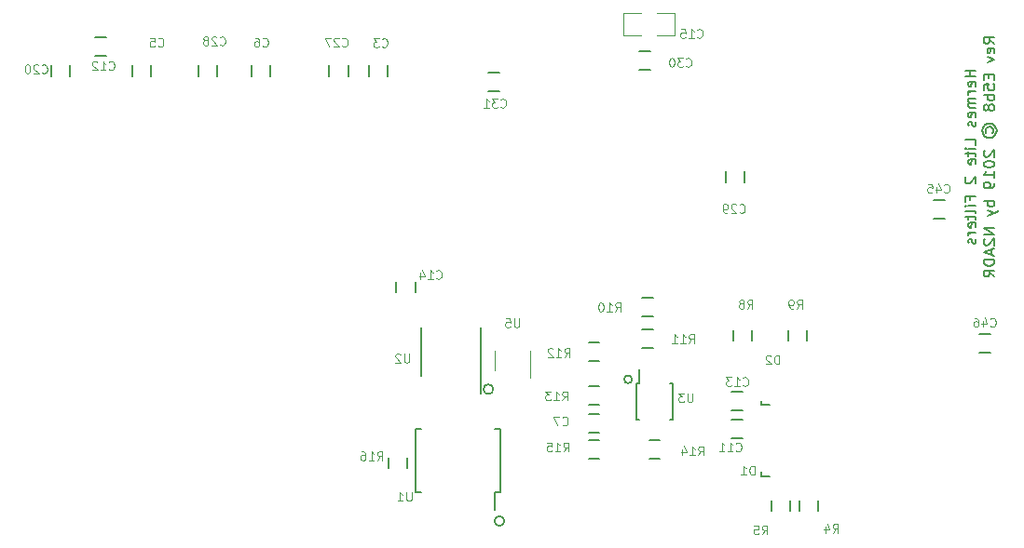
<source format=gbo>
G04 #@! TF.GenerationSoftware,KiCad,Pcbnew,5.0.2-bee76a0~70~ubuntu16.04.1*
G04 #@! TF.CreationDate,2019-02-20T20:44:02-08:00*
G04 #@! TF.ProjectId,n2adr,6e326164-722e-46b6-9963-61645f706362,E5b8*
G04 #@! TF.SameCoordinates,PX3dfd240PY3473bc0*
G04 #@! TF.FileFunction,Legend,Bot*
G04 #@! TF.FilePolarity,Positive*
%FSLAX46Y46*%
G04 Gerber Fmt 4.6, Leading zero omitted, Abs format (unit mm)*
G04 Created by KiCad (PCBNEW 5.0.2-bee76a0~70~ubuntu16.04.1) date Wed 20 Feb 2019 08:44:02 PM PST*
%MOMM*%
%LPD*%
G01*
G04 APERTURE LIST*
%ADD10C,0.200000*%
%ADD11C,0.150000*%
%ADD12C,0.120000*%
%ADD13C,0.100000*%
G04 APERTURE END LIST*
D10*
X92702380Y-6392857D02*
X91702380Y-6392857D01*
X92178571Y-6392857D02*
X92178571Y-6964285D01*
X92702380Y-6964285D02*
X91702380Y-6964285D01*
X92654761Y-7821428D02*
X92702380Y-7726190D01*
X92702380Y-7535714D01*
X92654761Y-7440476D01*
X92559523Y-7392857D01*
X92178571Y-7392857D01*
X92083333Y-7440476D01*
X92035714Y-7535714D01*
X92035714Y-7726190D01*
X92083333Y-7821428D01*
X92178571Y-7869047D01*
X92273809Y-7869047D01*
X92369047Y-7392857D01*
X92702380Y-8297619D02*
X92035714Y-8297619D01*
X92226190Y-8297619D02*
X92130952Y-8345238D01*
X92083333Y-8392857D01*
X92035714Y-8488095D01*
X92035714Y-8583333D01*
X92702380Y-8916666D02*
X92035714Y-8916666D01*
X92130952Y-8916666D02*
X92083333Y-8964285D01*
X92035714Y-9059523D01*
X92035714Y-9202380D01*
X92083333Y-9297619D01*
X92178571Y-9345238D01*
X92702380Y-9345238D01*
X92178571Y-9345238D02*
X92083333Y-9392857D01*
X92035714Y-9488095D01*
X92035714Y-9630952D01*
X92083333Y-9726190D01*
X92178571Y-9773809D01*
X92702380Y-9773809D01*
X92654761Y-10630952D02*
X92702380Y-10535714D01*
X92702380Y-10345238D01*
X92654761Y-10250000D01*
X92559523Y-10202380D01*
X92178571Y-10202380D01*
X92083333Y-10250000D01*
X92035714Y-10345238D01*
X92035714Y-10535714D01*
X92083333Y-10630952D01*
X92178571Y-10678571D01*
X92273809Y-10678571D01*
X92369047Y-10202380D01*
X92654761Y-11059523D02*
X92702380Y-11154761D01*
X92702380Y-11345238D01*
X92654761Y-11440476D01*
X92559523Y-11488095D01*
X92511904Y-11488095D01*
X92416666Y-11440476D01*
X92369047Y-11345238D01*
X92369047Y-11202380D01*
X92321428Y-11107142D01*
X92226190Y-11059523D01*
X92178571Y-11059523D01*
X92083333Y-11107142D01*
X92035714Y-11202380D01*
X92035714Y-11345238D01*
X92083333Y-11440476D01*
X92702380Y-13154761D02*
X92702380Y-12678571D01*
X91702380Y-12678571D01*
X92702380Y-13488095D02*
X92035714Y-13488095D01*
X91702380Y-13488095D02*
X91750000Y-13440476D01*
X91797619Y-13488095D01*
X91750000Y-13535714D01*
X91702380Y-13488095D01*
X91797619Y-13488095D01*
X92035714Y-13821428D02*
X92035714Y-14202380D01*
X91702380Y-13964285D02*
X92559523Y-13964285D01*
X92654761Y-14011904D01*
X92702380Y-14107142D01*
X92702380Y-14202380D01*
X92654761Y-14916666D02*
X92702380Y-14821428D01*
X92702380Y-14630952D01*
X92654761Y-14535714D01*
X92559523Y-14488095D01*
X92178571Y-14488095D01*
X92083333Y-14535714D01*
X92035714Y-14630952D01*
X92035714Y-14821428D01*
X92083333Y-14916666D01*
X92178571Y-14964285D01*
X92273809Y-14964285D01*
X92369047Y-14488095D01*
X91797619Y-16107142D02*
X91750000Y-16154761D01*
X91702380Y-16250000D01*
X91702380Y-16488095D01*
X91750000Y-16583333D01*
X91797619Y-16630952D01*
X91892857Y-16678571D01*
X91988095Y-16678571D01*
X92130952Y-16630952D01*
X92702380Y-16059523D01*
X92702380Y-16678571D01*
X92178571Y-18202380D02*
X92178571Y-17869047D01*
X92702380Y-17869047D02*
X91702380Y-17869047D01*
X91702380Y-18345238D01*
X92702380Y-18726190D02*
X92035714Y-18726190D01*
X91702380Y-18726190D02*
X91750000Y-18678571D01*
X91797619Y-18726190D01*
X91750000Y-18773809D01*
X91702380Y-18726190D01*
X91797619Y-18726190D01*
X92702380Y-19345238D02*
X92654761Y-19250000D01*
X92559523Y-19202380D01*
X91702380Y-19202380D01*
X92035714Y-19583333D02*
X92035714Y-19964285D01*
X91702380Y-19726190D02*
X92559523Y-19726190D01*
X92654761Y-19773809D01*
X92702380Y-19869047D01*
X92702380Y-19964285D01*
X92654761Y-20678571D02*
X92702380Y-20583333D01*
X92702380Y-20392857D01*
X92654761Y-20297619D01*
X92559523Y-20250000D01*
X92178571Y-20250000D01*
X92083333Y-20297619D01*
X92035714Y-20392857D01*
X92035714Y-20583333D01*
X92083333Y-20678571D01*
X92178571Y-20726190D01*
X92273809Y-20726190D01*
X92369047Y-20250000D01*
X92702380Y-21154761D02*
X92035714Y-21154761D01*
X92226190Y-21154761D02*
X92130952Y-21202380D01*
X92083333Y-21250000D01*
X92035714Y-21345238D01*
X92035714Y-21440476D01*
X92654761Y-21726190D02*
X92702380Y-21821428D01*
X92702380Y-22011904D01*
X92654761Y-22107142D01*
X92559523Y-22154761D01*
X92511904Y-22154761D01*
X92416666Y-22107142D01*
X92369047Y-22011904D01*
X92369047Y-21869047D01*
X92321428Y-21773809D01*
X92226190Y-21726190D01*
X92178571Y-21726190D01*
X92083333Y-21773809D01*
X92035714Y-21869047D01*
X92035714Y-22011904D01*
X92083333Y-22107142D01*
X94402380Y-3964285D02*
X93926190Y-3630952D01*
X94402380Y-3392857D02*
X93402380Y-3392857D01*
X93402380Y-3773809D01*
X93450000Y-3869047D01*
X93497619Y-3916666D01*
X93592857Y-3964285D01*
X93735714Y-3964285D01*
X93830952Y-3916666D01*
X93878571Y-3869047D01*
X93926190Y-3773809D01*
X93926190Y-3392857D01*
X94354761Y-4773809D02*
X94402380Y-4678571D01*
X94402380Y-4488095D01*
X94354761Y-4392857D01*
X94259523Y-4345238D01*
X93878571Y-4345238D01*
X93783333Y-4392857D01*
X93735714Y-4488095D01*
X93735714Y-4678571D01*
X93783333Y-4773809D01*
X93878571Y-4821428D01*
X93973809Y-4821428D01*
X94069047Y-4345238D01*
X93735714Y-5154761D02*
X94402380Y-5392857D01*
X93735714Y-5630952D01*
X93878571Y-6773809D02*
X93878571Y-7107142D01*
X94402380Y-7250000D02*
X94402380Y-6773809D01*
X93402380Y-6773809D01*
X93402380Y-7250000D01*
X93402380Y-8154761D02*
X93402380Y-7678571D01*
X93878571Y-7630952D01*
X93830952Y-7678571D01*
X93783333Y-7773809D01*
X93783333Y-8011904D01*
X93830952Y-8107142D01*
X93878571Y-8154761D01*
X93973809Y-8202380D01*
X94211904Y-8202380D01*
X94307142Y-8154761D01*
X94354761Y-8107142D01*
X94402380Y-8011904D01*
X94402380Y-7773809D01*
X94354761Y-7678571D01*
X94307142Y-7630952D01*
X94402380Y-8630952D02*
X93402380Y-8630952D01*
X93783333Y-8630952D02*
X93735714Y-8726190D01*
X93735714Y-8916666D01*
X93783333Y-9011904D01*
X93830952Y-9059523D01*
X93926190Y-9107142D01*
X94211904Y-9107142D01*
X94307142Y-9059523D01*
X94354761Y-9011904D01*
X94402380Y-8916666D01*
X94402380Y-8726190D01*
X94354761Y-8630952D01*
X93830952Y-9678571D02*
X93783333Y-9583333D01*
X93735714Y-9535714D01*
X93640476Y-9488095D01*
X93592857Y-9488095D01*
X93497619Y-9535714D01*
X93450000Y-9583333D01*
X93402380Y-9678571D01*
X93402380Y-9869047D01*
X93450000Y-9964285D01*
X93497619Y-10011904D01*
X93592857Y-10059523D01*
X93640476Y-10059523D01*
X93735714Y-10011904D01*
X93783333Y-9964285D01*
X93830952Y-9869047D01*
X93830952Y-9678571D01*
X93878571Y-9583333D01*
X93926190Y-9535714D01*
X94021428Y-9488095D01*
X94211904Y-9488095D01*
X94307142Y-9535714D01*
X94354761Y-9583333D01*
X94402380Y-9678571D01*
X94402380Y-9869047D01*
X94354761Y-9964285D01*
X94307142Y-10011904D01*
X94211904Y-10059523D01*
X94021428Y-10059523D01*
X93926190Y-10011904D01*
X93878571Y-9964285D01*
X93830952Y-9869047D01*
X93640476Y-12059523D02*
X93592857Y-11964285D01*
X93592857Y-11773809D01*
X93640476Y-11678571D01*
X93735714Y-11583333D01*
X93830952Y-11535714D01*
X94021428Y-11535714D01*
X94116666Y-11583333D01*
X94211904Y-11678571D01*
X94259523Y-11773809D01*
X94259523Y-11964285D01*
X94211904Y-12059523D01*
X93259523Y-11869047D02*
X93307142Y-11630952D01*
X93450000Y-11392857D01*
X93688095Y-11250000D01*
X93926190Y-11202380D01*
X94164285Y-11250000D01*
X94402380Y-11392857D01*
X94545238Y-11630952D01*
X94592857Y-11869047D01*
X94545238Y-12107142D01*
X94402380Y-12345238D01*
X94164285Y-12488095D01*
X93926190Y-12535714D01*
X93688095Y-12488095D01*
X93450000Y-12345238D01*
X93307142Y-12107142D01*
X93259523Y-11869047D01*
X93497619Y-13678571D02*
X93450000Y-13726190D01*
X93402380Y-13821428D01*
X93402380Y-14059523D01*
X93450000Y-14154761D01*
X93497619Y-14202380D01*
X93592857Y-14250000D01*
X93688095Y-14250000D01*
X93830952Y-14202380D01*
X94402380Y-13630952D01*
X94402380Y-14250000D01*
X93402380Y-14869047D02*
X93402380Y-14964285D01*
X93450000Y-15059523D01*
X93497619Y-15107142D01*
X93592857Y-15154761D01*
X93783333Y-15202380D01*
X94021428Y-15202380D01*
X94211904Y-15154761D01*
X94307142Y-15107142D01*
X94354761Y-15059523D01*
X94402380Y-14964285D01*
X94402380Y-14869047D01*
X94354761Y-14773809D01*
X94307142Y-14726190D01*
X94211904Y-14678571D01*
X94021428Y-14630952D01*
X93783333Y-14630952D01*
X93592857Y-14678571D01*
X93497619Y-14726190D01*
X93450000Y-14773809D01*
X93402380Y-14869047D01*
X94402380Y-16154761D02*
X94402380Y-15583333D01*
X94402380Y-15869047D02*
X93402380Y-15869047D01*
X93545238Y-15773809D01*
X93640476Y-15678571D01*
X93688095Y-15583333D01*
X94402380Y-16630952D02*
X94402380Y-16821428D01*
X94354761Y-16916666D01*
X94307142Y-16964285D01*
X94164285Y-17059523D01*
X93973809Y-17107142D01*
X93592857Y-17107142D01*
X93497619Y-17059523D01*
X93450000Y-17011904D01*
X93402380Y-16916666D01*
X93402380Y-16726190D01*
X93450000Y-16630952D01*
X93497619Y-16583333D01*
X93592857Y-16535714D01*
X93830952Y-16535714D01*
X93926190Y-16583333D01*
X93973809Y-16630952D01*
X94021428Y-16726190D01*
X94021428Y-16916666D01*
X93973809Y-17011904D01*
X93926190Y-17059523D01*
X93830952Y-17107142D01*
X94402380Y-18297619D02*
X93402380Y-18297619D01*
X93783333Y-18297619D02*
X93735714Y-18392857D01*
X93735714Y-18583333D01*
X93783333Y-18678571D01*
X93830952Y-18726190D01*
X93926190Y-18773809D01*
X94211904Y-18773809D01*
X94307142Y-18726190D01*
X94354761Y-18678571D01*
X94402380Y-18583333D01*
X94402380Y-18392857D01*
X94354761Y-18297619D01*
X93735714Y-19107142D02*
X94402380Y-19345238D01*
X93735714Y-19583333D02*
X94402380Y-19345238D01*
X94640476Y-19249999D01*
X94688095Y-19202380D01*
X94735714Y-19107142D01*
X94402380Y-20726190D02*
X93402380Y-20726190D01*
X94402380Y-21297619D01*
X93402380Y-21297619D01*
X93497619Y-21726190D02*
X93450000Y-21773809D01*
X93402380Y-21869047D01*
X93402380Y-22107142D01*
X93450000Y-22202380D01*
X93497619Y-22249999D01*
X93592857Y-22297619D01*
X93688095Y-22297619D01*
X93830952Y-22249999D01*
X94402380Y-21678571D01*
X94402380Y-22297619D01*
X94116666Y-22678571D02*
X94116666Y-23154761D01*
X94402380Y-22583333D02*
X93402380Y-22916666D01*
X94402380Y-23249999D01*
X94402380Y-23583333D02*
X93402380Y-23583333D01*
X93402380Y-23821428D01*
X93450000Y-23964285D01*
X93545238Y-24059523D01*
X93640476Y-24107142D01*
X93830952Y-24154761D01*
X93973809Y-24154761D01*
X94164285Y-24107142D01*
X94259523Y-24059523D01*
X94354761Y-23964285D01*
X94402380Y-23821428D01*
X94402380Y-23583333D01*
X94402380Y-25154761D02*
X93926190Y-24821428D01*
X94402380Y-24583333D02*
X93402380Y-24583333D01*
X93402380Y-24964285D01*
X93450000Y-25059523D01*
X93497619Y-25107142D01*
X93592857Y-25154761D01*
X93735714Y-25154761D01*
X93830952Y-25107142D01*
X93878571Y-25059523D01*
X93926190Y-24964285D01*
X93926190Y-24583333D01*
X48847214Y-35400000D02*
G75*
G03X48847214Y-35400000I-447214J0D01*
G01*
X49847214Y-47400000D02*
G75*
G03X49847214Y-47400000I-447214J0D01*
G01*
X61460555Y-34500000D02*
G75*
G03X61460555Y-34500000I-360555J0D01*
G01*
D11*
G04 #@! TO.C,C3*
X37550000Y-6900000D02*
X37550000Y-5900000D01*
X39250000Y-5900000D02*
X39250000Y-6900000D01*
G04 #@! TO.C,C5*
X16050000Y-6900000D02*
X16050000Y-5900000D01*
X17750000Y-5900000D02*
X17750000Y-6900000D01*
G04 #@! TO.C,C6*
X26850000Y-6900000D02*
X26850000Y-5900000D01*
X28550000Y-5900000D02*
X28550000Y-6900000D01*
G04 #@! TO.C,C11*
X70500000Y-38150000D02*
X71500000Y-38150000D01*
X71500000Y-39850000D02*
X70500000Y-39850000D01*
G04 #@! TO.C,C13*
X70500000Y-35650000D02*
X71500000Y-35650000D01*
X71500000Y-37350000D02*
X70500000Y-37350000D01*
G04 #@! TO.C,C14*
X40050000Y-26600000D02*
X40050000Y-25600000D01*
X41750000Y-25600000D02*
X41750000Y-26600000D01*
G04 #@! TO.C,R5*
X75850000Y-45500000D02*
X75850000Y-46500000D01*
X74150000Y-46500000D02*
X74150000Y-45500000D01*
G04 #@! TO.C,R8*
X70650000Y-31000000D02*
X70650000Y-30000000D01*
X72350000Y-30000000D02*
X72350000Y-31000000D01*
G04 #@! TO.C,C27*
X33950000Y-6900000D02*
X33950000Y-5900000D01*
X35650000Y-5900000D02*
X35650000Y-6900000D01*
G04 #@! TO.C,C28*
X22050000Y-6900000D02*
X22050000Y-5900000D01*
X23750000Y-5900000D02*
X23750000Y-6900000D01*
G04 #@! TO.C,C29*
X71650000Y-15600000D02*
X71650000Y-16600000D01*
X69950000Y-16600000D02*
X69950000Y-15600000D01*
G04 #@! TO.C,C30*
X62100000Y-4650000D02*
X63100000Y-4650000D01*
X63100000Y-6350000D02*
X62100000Y-6350000D01*
G04 #@! TO.C,C31*
X48400000Y-6550000D02*
X49400000Y-6550000D01*
X49400000Y-8250000D02*
X48400000Y-8250000D01*
G04 #@! TO.C,U1*
X49475000Y-44775000D02*
X49025000Y-44775000D01*
X49475000Y-39025000D02*
X49025000Y-39025000D01*
X41825000Y-39025000D02*
X42275000Y-39025000D01*
X41825000Y-44775000D02*
X42275000Y-44775000D01*
X49475000Y-44775000D02*
X49475000Y-39025000D01*
X41825000Y-44775000D02*
X41825000Y-39025000D01*
X49025000Y-44775000D02*
X49025000Y-46375000D01*
G04 #@! TO.C,U2*
X42275000Y-34200000D02*
X42275000Y-29800000D01*
X47725000Y-35775000D02*
X47725000Y-29800000D01*
G04 #@! TO.C,C20*
X8650000Y-6900000D02*
X8650000Y-5900000D01*
X10350000Y-5900000D02*
X10350000Y-6900000D01*
G04 #@! TO.C,D1*
X73930280Y-43341500D02*
X73221620Y-43341500D01*
X73221620Y-43341500D02*
X73221620Y-42940180D01*
G04 #@! TO.C,D2*
X73930280Y-36841500D02*
X73221620Y-36841500D01*
X73221620Y-36841500D02*
X73221620Y-36440180D01*
G04 #@! TO.C,R4*
X78350000Y-45500000D02*
X78350000Y-46500000D01*
X76650000Y-46500000D02*
X76650000Y-45500000D01*
G04 #@! TO.C,R9*
X77350000Y-30000000D02*
X77350000Y-31000000D01*
X75650000Y-31000000D02*
X75650000Y-30000000D01*
G04 #@! TO.C,R10*
X63400000Y-28750000D02*
X62400000Y-28750000D01*
X62400000Y-27050000D02*
X63400000Y-27050000D01*
G04 #@! TO.C,R11*
X62400000Y-29950000D02*
X63400000Y-29950000D01*
X63400000Y-31650000D02*
X62400000Y-31650000D01*
G04 #@! TO.C,R12*
X57500000Y-31150000D02*
X58500000Y-31150000D01*
X58500000Y-32850000D02*
X57500000Y-32850000D01*
G04 #@! TO.C,R13*
X58500000Y-36850000D02*
X57500000Y-36850000D01*
X57500000Y-35150000D02*
X58500000Y-35150000D01*
G04 #@! TO.C,R14*
X63000000Y-40050000D02*
X64000000Y-40050000D01*
X64000000Y-41750000D02*
X63000000Y-41750000D01*
G04 #@! TO.C,R15*
X57500000Y-40050000D02*
X58500000Y-40050000D01*
X58500000Y-41750000D02*
X57500000Y-41750000D01*
G04 #@! TO.C,U3*
X61825000Y-34825000D02*
X62075000Y-34825000D01*
X61825000Y-38175000D02*
X62075000Y-38175000D01*
X65175000Y-38175000D02*
X64925000Y-38175000D01*
X65175000Y-34825000D02*
X64925000Y-34825000D01*
X61825000Y-34825000D02*
X61825000Y-38175000D01*
X65175000Y-34825000D02*
X65175000Y-38175000D01*
X62075000Y-34825000D02*
X62075000Y-33575000D01*
G04 #@! TO.C,C45*
X88900000Y-18150000D02*
X89900000Y-18150000D01*
X89900000Y-19850000D02*
X88900000Y-19850000D01*
G04 #@! TO.C,C46*
X93000000Y-30350000D02*
X94000000Y-30350000D01*
X94000000Y-32050000D02*
X93000000Y-32050000D01*
G04 #@! TO.C,C7*
X58500000Y-39350000D02*
X57500000Y-39350000D01*
X57500000Y-37650000D02*
X58500000Y-37650000D01*
D12*
G04 #@! TO.C,U5*
X48990000Y-33700000D02*
X48990000Y-31900000D01*
X52210000Y-31900000D02*
X52210000Y-34350000D01*
D11*
G04 #@! TO.C,C12*
X13700000Y-5050000D02*
X12700000Y-5050000D01*
X12700000Y-3350000D02*
X13700000Y-3350000D01*
D13*
G04 #@! TO.C,C15*
X62300000Y-3200000D02*
X60700000Y-3200000D01*
X60700000Y-3200000D02*
X60700000Y-1200000D01*
X60700000Y-1200000D02*
X62300000Y-1200000D01*
X63700000Y-1200000D02*
X65300000Y-1200000D01*
X65300000Y-1200000D02*
X65300000Y-3200000D01*
X65300000Y-3200000D02*
X63700000Y-3200000D01*
D11*
G04 #@! TO.C,R16*
X41050000Y-41600000D02*
X41050000Y-42600000D01*
X39350000Y-42600000D02*
X39350000Y-41600000D01*
G04 #@! TO.C,C3*
D13*
X38733333Y-4185714D02*
X38771428Y-4223809D01*
X38885714Y-4261904D01*
X38961904Y-4261904D01*
X39076190Y-4223809D01*
X39152380Y-4147619D01*
X39190476Y-4071428D01*
X39228571Y-3919047D01*
X39228571Y-3804761D01*
X39190476Y-3652380D01*
X39152380Y-3576190D01*
X39076190Y-3500000D01*
X38961904Y-3461904D01*
X38885714Y-3461904D01*
X38771428Y-3500000D01*
X38733333Y-3538095D01*
X38466666Y-3461904D02*
X37971428Y-3461904D01*
X38238095Y-3766666D01*
X38123809Y-3766666D01*
X38047619Y-3804761D01*
X38009523Y-3842857D01*
X37971428Y-3919047D01*
X37971428Y-4109523D01*
X38009523Y-4185714D01*
X38047619Y-4223809D01*
X38123809Y-4261904D01*
X38352380Y-4261904D01*
X38428571Y-4223809D01*
X38466666Y-4185714D01*
G04 #@! TO.C,C5*
X18383333Y-4135714D02*
X18421428Y-4173809D01*
X18535714Y-4211904D01*
X18611904Y-4211904D01*
X18726190Y-4173809D01*
X18802380Y-4097619D01*
X18840476Y-4021428D01*
X18878571Y-3869047D01*
X18878571Y-3754761D01*
X18840476Y-3602380D01*
X18802380Y-3526190D01*
X18726190Y-3450000D01*
X18611904Y-3411904D01*
X18535714Y-3411904D01*
X18421428Y-3450000D01*
X18383333Y-3488095D01*
X17659523Y-3411904D02*
X18040476Y-3411904D01*
X18078571Y-3792857D01*
X18040476Y-3754761D01*
X17964285Y-3716666D01*
X17773809Y-3716666D01*
X17697619Y-3754761D01*
X17659523Y-3792857D01*
X17621428Y-3869047D01*
X17621428Y-4059523D01*
X17659523Y-4135714D01*
X17697619Y-4173809D01*
X17773809Y-4211904D01*
X17964285Y-4211904D01*
X18040476Y-4173809D01*
X18078571Y-4135714D01*
G04 #@! TO.C,C6*
X27883333Y-4135714D02*
X27921428Y-4173809D01*
X28035714Y-4211904D01*
X28111904Y-4211904D01*
X28226190Y-4173809D01*
X28302380Y-4097619D01*
X28340476Y-4021428D01*
X28378571Y-3869047D01*
X28378571Y-3754761D01*
X28340476Y-3602380D01*
X28302380Y-3526190D01*
X28226190Y-3450000D01*
X28111904Y-3411904D01*
X28035714Y-3411904D01*
X27921428Y-3450000D01*
X27883333Y-3488095D01*
X27197619Y-3411904D02*
X27350000Y-3411904D01*
X27426190Y-3450000D01*
X27464285Y-3488095D01*
X27540476Y-3602380D01*
X27578571Y-3754761D01*
X27578571Y-4059523D01*
X27540476Y-4135714D01*
X27502380Y-4173809D01*
X27426190Y-4211904D01*
X27273809Y-4211904D01*
X27197619Y-4173809D01*
X27159523Y-4135714D01*
X27121428Y-4059523D01*
X27121428Y-3869047D01*
X27159523Y-3792857D01*
X27197619Y-3754761D01*
X27273809Y-3716666D01*
X27426190Y-3716666D01*
X27502380Y-3754761D01*
X27540476Y-3792857D01*
X27578571Y-3869047D01*
G04 #@! TO.C,C11*
X70914285Y-40985714D02*
X70952380Y-41023809D01*
X71066666Y-41061904D01*
X71142857Y-41061904D01*
X71257142Y-41023809D01*
X71333333Y-40947619D01*
X71371428Y-40871428D01*
X71409523Y-40719047D01*
X71409523Y-40604761D01*
X71371428Y-40452380D01*
X71333333Y-40376190D01*
X71257142Y-40300000D01*
X71142857Y-40261904D01*
X71066666Y-40261904D01*
X70952380Y-40300000D01*
X70914285Y-40338095D01*
X70152380Y-41061904D02*
X70609523Y-41061904D01*
X70380952Y-41061904D02*
X70380952Y-40261904D01*
X70457142Y-40376190D01*
X70533333Y-40452380D01*
X70609523Y-40490476D01*
X69390476Y-41061904D02*
X69847619Y-41061904D01*
X69619047Y-41061904D02*
X69619047Y-40261904D01*
X69695238Y-40376190D01*
X69771428Y-40452380D01*
X69847619Y-40490476D01*
G04 #@! TO.C,C13*
X71514285Y-35035714D02*
X71552380Y-35073809D01*
X71666666Y-35111904D01*
X71742857Y-35111904D01*
X71857142Y-35073809D01*
X71933333Y-34997619D01*
X71971428Y-34921428D01*
X72009523Y-34769047D01*
X72009523Y-34654761D01*
X71971428Y-34502380D01*
X71933333Y-34426190D01*
X71857142Y-34350000D01*
X71742857Y-34311904D01*
X71666666Y-34311904D01*
X71552380Y-34350000D01*
X71514285Y-34388095D01*
X70752380Y-35111904D02*
X71209523Y-35111904D01*
X70980952Y-35111904D02*
X70980952Y-34311904D01*
X71057142Y-34426190D01*
X71133333Y-34502380D01*
X71209523Y-34540476D01*
X70485714Y-34311904D02*
X69990476Y-34311904D01*
X70257142Y-34616666D01*
X70142857Y-34616666D01*
X70066666Y-34654761D01*
X70028571Y-34692857D01*
X69990476Y-34769047D01*
X69990476Y-34959523D01*
X70028571Y-35035714D01*
X70066666Y-35073809D01*
X70142857Y-35111904D01*
X70371428Y-35111904D01*
X70447619Y-35073809D01*
X70485714Y-35035714D01*
G04 #@! TO.C,C14*
X43664285Y-25285714D02*
X43702380Y-25323809D01*
X43816666Y-25361904D01*
X43892857Y-25361904D01*
X44007142Y-25323809D01*
X44083333Y-25247619D01*
X44121428Y-25171428D01*
X44159523Y-25019047D01*
X44159523Y-24904761D01*
X44121428Y-24752380D01*
X44083333Y-24676190D01*
X44007142Y-24600000D01*
X43892857Y-24561904D01*
X43816666Y-24561904D01*
X43702380Y-24600000D01*
X43664285Y-24638095D01*
X42902380Y-25361904D02*
X43359523Y-25361904D01*
X43130952Y-25361904D02*
X43130952Y-24561904D01*
X43207142Y-24676190D01*
X43283333Y-24752380D01*
X43359523Y-24790476D01*
X42216666Y-24828571D02*
X42216666Y-25361904D01*
X42407142Y-24523809D02*
X42597619Y-25095238D01*
X42102380Y-25095238D01*
G04 #@! TO.C,R5*
X73283333Y-48611904D02*
X73550000Y-48230952D01*
X73740476Y-48611904D02*
X73740476Y-47811904D01*
X73435714Y-47811904D01*
X73359523Y-47850000D01*
X73321428Y-47888095D01*
X73283333Y-47964285D01*
X73283333Y-48078571D01*
X73321428Y-48154761D01*
X73359523Y-48192857D01*
X73435714Y-48230952D01*
X73740476Y-48230952D01*
X72559523Y-47811904D02*
X72940476Y-47811904D01*
X72978571Y-48192857D01*
X72940476Y-48154761D01*
X72864285Y-48116666D01*
X72673809Y-48116666D01*
X72597619Y-48154761D01*
X72559523Y-48192857D01*
X72521428Y-48269047D01*
X72521428Y-48459523D01*
X72559523Y-48535714D01*
X72597619Y-48573809D01*
X72673809Y-48611904D01*
X72864285Y-48611904D01*
X72940476Y-48573809D01*
X72978571Y-48535714D01*
G04 #@! TO.C,R8*
X71933333Y-28061904D02*
X72200000Y-27680952D01*
X72390476Y-28061904D02*
X72390476Y-27261904D01*
X72085714Y-27261904D01*
X72009523Y-27300000D01*
X71971428Y-27338095D01*
X71933333Y-27414285D01*
X71933333Y-27528571D01*
X71971428Y-27604761D01*
X72009523Y-27642857D01*
X72085714Y-27680952D01*
X72390476Y-27680952D01*
X71476190Y-27604761D02*
X71552380Y-27566666D01*
X71590476Y-27528571D01*
X71628571Y-27452380D01*
X71628571Y-27414285D01*
X71590476Y-27338095D01*
X71552380Y-27300000D01*
X71476190Y-27261904D01*
X71323809Y-27261904D01*
X71247619Y-27300000D01*
X71209523Y-27338095D01*
X71171428Y-27414285D01*
X71171428Y-27452380D01*
X71209523Y-27528571D01*
X71247619Y-27566666D01*
X71323809Y-27604761D01*
X71476190Y-27604761D01*
X71552380Y-27642857D01*
X71590476Y-27680952D01*
X71628571Y-27757142D01*
X71628571Y-27909523D01*
X71590476Y-27985714D01*
X71552380Y-28023809D01*
X71476190Y-28061904D01*
X71323809Y-28061904D01*
X71247619Y-28023809D01*
X71209523Y-27985714D01*
X71171428Y-27909523D01*
X71171428Y-27757142D01*
X71209523Y-27680952D01*
X71247619Y-27642857D01*
X71323809Y-27604761D01*
G04 #@! TO.C,C27*
X35114285Y-4135714D02*
X35152380Y-4173809D01*
X35266666Y-4211904D01*
X35342857Y-4211904D01*
X35457142Y-4173809D01*
X35533333Y-4097619D01*
X35571428Y-4021428D01*
X35609523Y-3869047D01*
X35609523Y-3754761D01*
X35571428Y-3602380D01*
X35533333Y-3526190D01*
X35457142Y-3450000D01*
X35342857Y-3411904D01*
X35266666Y-3411904D01*
X35152380Y-3450000D01*
X35114285Y-3488095D01*
X34809523Y-3488095D02*
X34771428Y-3450000D01*
X34695238Y-3411904D01*
X34504761Y-3411904D01*
X34428571Y-3450000D01*
X34390476Y-3488095D01*
X34352380Y-3564285D01*
X34352380Y-3640476D01*
X34390476Y-3754761D01*
X34847619Y-4211904D01*
X34352380Y-4211904D01*
X34085714Y-3411904D02*
X33552380Y-3411904D01*
X33895238Y-4211904D01*
G04 #@! TO.C,C28*
X24014285Y-4035714D02*
X24052380Y-4073809D01*
X24166666Y-4111904D01*
X24242857Y-4111904D01*
X24357142Y-4073809D01*
X24433333Y-3997619D01*
X24471428Y-3921428D01*
X24509523Y-3769047D01*
X24509523Y-3654761D01*
X24471428Y-3502380D01*
X24433333Y-3426190D01*
X24357142Y-3350000D01*
X24242857Y-3311904D01*
X24166666Y-3311904D01*
X24052380Y-3350000D01*
X24014285Y-3388095D01*
X23709523Y-3388095D02*
X23671428Y-3350000D01*
X23595238Y-3311904D01*
X23404761Y-3311904D01*
X23328571Y-3350000D01*
X23290476Y-3388095D01*
X23252380Y-3464285D01*
X23252380Y-3540476D01*
X23290476Y-3654761D01*
X23747619Y-4111904D01*
X23252380Y-4111904D01*
X22795238Y-3654761D02*
X22871428Y-3616666D01*
X22909523Y-3578571D01*
X22947619Y-3502380D01*
X22947619Y-3464285D01*
X22909523Y-3388095D01*
X22871428Y-3350000D01*
X22795238Y-3311904D01*
X22642857Y-3311904D01*
X22566666Y-3350000D01*
X22528571Y-3388095D01*
X22490476Y-3464285D01*
X22490476Y-3502380D01*
X22528571Y-3578571D01*
X22566666Y-3616666D01*
X22642857Y-3654761D01*
X22795238Y-3654761D01*
X22871428Y-3692857D01*
X22909523Y-3730952D01*
X22947619Y-3807142D01*
X22947619Y-3959523D01*
X22909523Y-4035714D01*
X22871428Y-4073809D01*
X22795238Y-4111904D01*
X22642857Y-4111904D01*
X22566666Y-4073809D01*
X22528571Y-4035714D01*
X22490476Y-3959523D01*
X22490476Y-3807142D01*
X22528571Y-3730952D01*
X22566666Y-3692857D01*
X22642857Y-3654761D01*
G04 #@! TO.C,C29*
X71214285Y-19285714D02*
X71252380Y-19323809D01*
X71366666Y-19361904D01*
X71442857Y-19361904D01*
X71557142Y-19323809D01*
X71633333Y-19247619D01*
X71671428Y-19171428D01*
X71709523Y-19019047D01*
X71709523Y-18904761D01*
X71671428Y-18752380D01*
X71633333Y-18676190D01*
X71557142Y-18600000D01*
X71442857Y-18561904D01*
X71366666Y-18561904D01*
X71252380Y-18600000D01*
X71214285Y-18638095D01*
X70909523Y-18638095D02*
X70871428Y-18600000D01*
X70795238Y-18561904D01*
X70604761Y-18561904D01*
X70528571Y-18600000D01*
X70490476Y-18638095D01*
X70452380Y-18714285D01*
X70452380Y-18790476D01*
X70490476Y-18904761D01*
X70947619Y-19361904D01*
X70452380Y-19361904D01*
X70071428Y-19361904D02*
X69919047Y-19361904D01*
X69842857Y-19323809D01*
X69804761Y-19285714D01*
X69728571Y-19171428D01*
X69690476Y-19019047D01*
X69690476Y-18714285D01*
X69728571Y-18638095D01*
X69766666Y-18600000D01*
X69842857Y-18561904D01*
X69995238Y-18561904D01*
X70071428Y-18600000D01*
X70109523Y-18638095D01*
X70147619Y-18714285D01*
X70147619Y-18904761D01*
X70109523Y-18980952D01*
X70071428Y-19019047D01*
X69995238Y-19057142D01*
X69842857Y-19057142D01*
X69766666Y-19019047D01*
X69728571Y-18980952D01*
X69690476Y-18904761D01*
G04 #@! TO.C,C30*
X66364285Y-5985714D02*
X66402380Y-6023809D01*
X66516666Y-6061904D01*
X66592857Y-6061904D01*
X66707142Y-6023809D01*
X66783333Y-5947619D01*
X66821428Y-5871428D01*
X66859523Y-5719047D01*
X66859523Y-5604761D01*
X66821428Y-5452380D01*
X66783333Y-5376190D01*
X66707142Y-5300000D01*
X66592857Y-5261904D01*
X66516666Y-5261904D01*
X66402380Y-5300000D01*
X66364285Y-5338095D01*
X66097619Y-5261904D02*
X65602380Y-5261904D01*
X65869047Y-5566666D01*
X65754761Y-5566666D01*
X65678571Y-5604761D01*
X65640476Y-5642857D01*
X65602380Y-5719047D01*
X65602380Y-5909523D01*
X65640476Y-5985714D01*
X65678571Y-6023809D01*
X65754761Y-6061904D01*
X65983333Y-6061904D01*
X66059523Y-6023809D01*
X66097619Y-5985714D01*
X65107142Y-5261904D02*
X65030952Y-5261904D01*
X64954761Y-5300000D01*
X64916666Y-5338095D01*
X64878571Y-5414285D01*
X64840476Y-5566666D01*
X64840476Y-5757142D01*
X64878571Y-5909523D01*
X64916666Y-5985714D01*
X64954761Y-6023809D01*
X65030952Y-6061904D01*
X65107142Y-6061904D01*
X65183333Y-6023809D01*
X65221428Y-5985714D01*
X65259523Y-5909523D01*
X65297619Y-5757142D01*
X65297619Y-5566666D01*
X65259523Y-5414285D01*
X65221428Y-5338095D01*
X65183333Y-5300000D01*
X65107142Y-5261904D01*
G04 #@! TO.C,C31*
X49514285Y-9685714D02*
X49552380Y-9723809D01*
X49666666Y-9761904D01*
X49742857Y-9761904D01*
X49857142Y-9723809D01*
X49933333Y-9647619D01*
X49971428Y-9571428D01*
X50009523Y-9419047D01*
X50009523Y-9304761D01*
X49971428Y-9152380D01*
X49933333Y-9076190D01*
X49857142Y-9000000D01*
X49742857Y-8961904D01*
X49666666Y-8961904D01*
X49552380Y-9000000D01*
X49514285Y-9038095D01*
X49247619Y-8961904D02*
X48752380Y-8961904D01*
X49019047Y-9266666D01*
X48904761Y-9266666D01*
X48828571Y-9304761D01*
X48790476Y-9342857D01*
X48752380Y-9419047D01*
X48752380Y-9609523D01*
X48790476Y-9685714D01*
X48828571Y-9723809D01*
X48904761Y-9761904D01*
X49133333Y-9761904D01*
X49209523Y-9723809D01*
X49247619Y-9685714D01*
X47990476Y-9761904D02*
X48447619Y-9761904D01*
X48219047Y-9761904D02*
X48219047Y-8961904D01*
X48295238Y-9076190D01*
X48371428Y-9152380D01*
X48447619Y-9190476D01*
G04 #@! TO.C,U1*
X41409523Y-44761904D02*
X41409523Y-45409523D01*
X41371428Y-45485714D01*
X41333333Y-45523809D01*
X41257142Y-45561904D01*
X41104761Y-45561904D01*
X41028571Y-45523809D01*
X40990476Y-45485714D01*
X40952380Y-45409523D01*
X40952380Y-44761904D01*
X40152380Y-45561904D02*
X40609523Y-45561904D01*
X40380952Y-45561904D02*
X40380952Y-44761904D01*
X40457142Y-44876190D01*
X40533333Y-44952380D01*
X40609523Y-44990476D01*
G04 #@! TO.C,U2*
X41209523Y-32161904D02*
X41209523Y-32809523D01*
X41171428Y-32885714D01*
X41133333Y-32923809D01*
X41057142Y-32961904D01*
X40904761Y-32961904D01*
X40828571Y-32923809D01*
X40790476Y-32885714D01*
X40752380Y-32809523D01*
X40752380Y-32161904D01*
X40409523Y-32238095D02*
X40371428Y-32200000D01*
X40295238Y-32161904D01*
X40104761Y-32161904D01*
X40028571Y-32200000D01*
X39990476Y-32238095D01*
X39952380Y-32314285D01*
X39952380Y-32390476D01*
X39990476Y-32504761D01*
X40447619Y-32961904D01*
X39952380Y-32961904D01*
G04 #@! TO.C,C20*
X7814285Y-6585714D02*
X7852380Y-6623809D01*
X7966666Y-6661904D01*
X8042857Y-6661904D01*
X8157142Y-6623809D01*
X8233333Y-6547619D01*
X8271428Y-6471428D01*
X8309523Y-6319047D01*
X8309523Y-6204761D01*
X8271428Y-6052380D01*
X8233333Y-5976190D01*
X8157142Y-5900000D01*
X8042857Y-5861904D01*
X7966666Y-5861904D01*
X7852380Y-5900000D01*
X7814285Y-5938095D01*
X7509523Y-5938095D02*
X7471428Y-5900000D01*
X7395238Y-5861904D01*
X7204761Y-5861904D01*
X7128571Y-5900000D01*
X7090476Y-5938095D01*
X7052380Y-6014285D01*
X7052380Y-6090476D01*
X7090476Y-6204761D01*
X7547619Y-6661904D01*
X7052380Y-6661904D01*
X6557142Y-5861904D02*
X6480952Y-5861904D01*
X6404761Y-5900000D01*
X6366666Y-5938095D01*
X6328571Y-6014285D01*
X6290476Y-6166666D01*
X6290476Y-6357142D01*
X6328571Y-6509523D01*
X6366666Y-6585714D01*
X6404761Y-6623809D01*
X6480952Y-6661904D01*
X6557142Y-6661904D01*
X6633333Y-6623809D01*
X6671428Y-6585714D01*
X6709523Y-6509523D01*
X6747619Y-6357142D01*
X6747619Y-6166666D01*
X6709523Y-6014285D01*
X6671428Y-5938095D01*
X6633333Y-5900000D01*
X6557142Y-5861904D01*
G04 #@! TO.C,D1*
X72590476Y-43161904D02*
X72590476Y-42361904D01*
X72400000Y-42361904D01*
X72285714Y-42400000D01*
X72209523Y-42476190D01*
X72171428Y-42552380D01*
X72133333Y-42704761D01*
X72133333Y-42819047D01*
X72171428Y-42971428D01*
X72209523Y-43047619D01*
X72285714Y-43123809D01*
X72400000Y-43161904D01*
X72590476Y-43161904D01*
X71371428Y-43161904D02*
X71828571Y-43161904D01*
X71600000Y-43161904D02*
X71600000Y-42361904D01*
X71676190Y-42476190D01*
X71752380Y-42552380D01*
X71828571Y-42590476D01*
G04 #@! TO.C,D2*
X74840476Y-33111904D02*
X74840476Y-32311904D01*
X74650000Y-32311904D01*
X74535714Y-32350000D01*
X74459523Y-32426190D01*
X74421428Y-32502380D01*
X74383333Y-32654761D01*
X74383333Y-32769047D01*
X74421428Y-32921428D01*
X74459523Y-32997619D01*
X74535714Y-33073809D01*
X74650000Y-33111904D01*
X74840476Y-33111904D01*
X74078571Y-32388095D02*
X74040476Y-32350000D01*
X73964285Y-32311904D01*
X73773809Y-32311904D01*
X73697619Y-32350000D01*
X73659523Y-32388095D01*
X73621428Y-32464285D01*
X73621428Y-32540476D01*
X73659523Y-32654761D01*
X74116666Y-33111904D01*
X73621428Y-33111904D01*
G04 #@! TO.C,R4*
X79683333Y-48461904D02*
X79950000Y-48080952D01*
X80140476Y-48461904D02*
X80140476Y-47661904D01*
X79835714Y-47661904D01*
X79759523Y-47700000D01*
X79721428Y-47738095D01*
X79683333Y-47814285D01*
X79683333Y-47928571D01*
X79721428Y-48004761D01*
X79759523Y-48042857D01*
X79835714Y-48080952D01*
X80140476Y-48080952D01*
X78997619Y-47928571D02*
X78997619Y-48461904D01*
X79188095Y-47623809D02*
X79378571Y-48195238D01*
X78883333Y-48195238D01*
G04 #@! TO.C,R9*
X76433333Y-28061904D02*
X76700000Y-27680952D01*
X76890476Y-28061904D02*
X76890476Y-27261904D01*
X76585714Y-27261904D01*
X76509523Y-27300000D01*
X76471428Y-27338095D01*
X76433333Y-27414285D01*
X76433333Y-27528571D01*
X76471428Y-27604761D01*
X76509523Y-27642857D01*
X76585714Y-27680952D01*
X76890476Y-27680952D01*
X76052380Y-28061904D02*
X75900000Y-28061904D01*
X75823809Y-28023809D01*
X75785714Y-27985714D01*
X75709523Y-27871428D01*
X75671428Y-27719047D01*
X75671428Y-27414285D01*
X75709523Y-27338095D01*
X75747619Y-27300000D01*
X75823809Y-27261904D01*
X75976190Y-27261904D01*
X76052380Y-27300000D01*
X76090476Y-27338095D01*
X76128571Y-27414285D01*
X76128571Y-27604761D01*
X76090476Y-27680952D01*
X76052380Y-27719047D01*
X75976190Y-27757142D01*
X75823809Y-27757142D01*
X75747619Y-27719047D01*
X75709523Y-27680952D01*
X75671428Y-27604761D01*
G04 #@! TO.C,R10*
X59914285Y-28311904D02*
X60180952Y-27930952D01*
X60371428Y-28311904D02*
X60371428Y-27511904D01*
X60066666Y-27511904D01*
X59990476Y-27550000D01*
X59952380Y-27588095D01*
X59914285Y-27664285D01*
X59914285Y-27778571D01*
X59952380Y-27854761D01*
X59990476Y-27892857D01*
X60066666Y-27930952D01*
X60371428Y-27930952D01*
X59152380Y-28311904D02*
X59609523Y-28311904D01*
X59380952Y-28311904D02*
X59380952Y-27511904D01*
X59457142Y-27626190D01*
X59533333Y-27702380D01*
X59609523Y-27740476D01*
X58657142Y-27511904D02*
X58580952Y-27511904D01*
X58504761Y-27550000D01*
X58466666Y-27588095D01*
X58428571Y-27664285D01*
X58390476Y-27816666D01*
X58390476Y-28007142D01*
X58428571Y-28159523D01*
X58466666Y-28235714D01*
X58504761Y-28273809D01*
X58580952Y-28311904D01*
X58657142Y-28311904D01*
X58733333Y-28273809D01*
X58771428Y-28235714D01*
X58809523Y-28159523D01*
X58847619Y-28007142D01*
X58847619Y-27816666D01*
X58809523Y-27664285D01*
X58771428Y-27588095D01*
X58733333Y-27550000D01*
X58657142Y-27511904D01*
G04 #@! TO.C,R11*
X66614285Y-31211904D02*
X66880952Y-30830952D01*
X67071428Y-31211904D02*
X67071428Y-30411904D01*
X66766666Y-30411904D01*
X66690476Y-30450000D01*
X66652380Y-30488095D01*
X66614285Y-30564285D01*
X66614285Y-30678571D01*
X66652380Y-30754761D01*
X66690476Y-30792857D01*
X66766666Y-30830952D01*
X67071428Y-30830952D01*
X65852380Y-31211904D02*
X66309523Y-31211904D01*
X66080952Y-31211904D02*
X66080952Y-30411904D01*
X66157142Y-30526190D01*
X66233333Y-30602380D01*
X66309523Y-30640476D01*
X65090476Y-31211904D02*
X65547619Y-31211904D01*
X65319047Y-31211904D02*
X65319047Y-30411904D01*
X65395238Y-30526190D01*
X65471428Y-30602380D01*
X65547619Y-30640476D01*
G04 #@! TO.C,R12*
X55314285Y-32461904D02*
X55580952Y-32080952D01*
X55771428Y-32461904D02*
X55771428Y-31661904D01*
X55466666Y-31661904D01*
X55390476Y-31700000D01*
X55352380Y-31738095D01*
X55314285Y-31814285D01*
X55314285Y-31928571D01*
X55352380Y-32004761D01*
X55390476Y-32042857D01*
X55466666Y-32080952D01*
X55771428Y-32080952D01*
X54552380Y-32461904D02*
X55009523Y-32461904D01*
X54780952Y-32461904D02*
X54780952Y-31661904D01*
X54857142Y-31776190D01*
X54933333Y-31852380D01*
X55009523Y-31890476D01*
X54247619Y-31738095D02*
X54209523Y-31700000D01*
X54133333Y-31661904D01*
X53942857Y-31661904D01*
X53866666Y-31700000D01*
X53828571Y-31738095D01*
X53790476Y-31814285D01*
X53790476Y-31890476D01*
X53828571Y-32004761D01*
X54285714Y-32461904D01*
X53790476Y-32461904D01*
G04 #@! TO.C,R13*
X55114285Y-36411904D02*
X55380952Y-36030952D01*
X55571428Y-36411904D02*
X55571428Y-35611904D01*
X55266666Y-35611904D01*
X55190476Y-35650000D01*
X55152380Y-35688095D01*
X55114285Y-35764285D01*
X55114285Y-35878571D01*
X55152380Y-35954761D01*
X55190476Y-35992857D01*
X55266666Y-36030952D01*
X55571428Y-36030952D01*
X54352380Y-36411904D02*
X54809523Y-36411904D01*
X54580952Y-36411904D02*
X54580952Y-35611904D01*
X54657142Y-35726190D01*
X54733333Y-35802380D01*
X54809523Y-35840476D01*
X54085714Y-35611904D02*
X53590476Y-35611904D01*
X53857142Y-35916666D01*
X53742857Y-35916666D01*
X53666666Y-35954761D01*
X53628571Y-35992857D01*
X53590476Y-36069047D01*
X53590476Y-36259523D01*
X53628571Y-36335714D01*
X53666666Y-36373809D01*
X53742857Y-36411904D01*
X53971428Y-36411904D01*
X54047619Y-36373809D01*
X54085714Y-36335714D01*
G04 #@! TO.C,R14*
X67464285Y-41411904D02*
X67730952Y-41030952D01*
X67921428Y-41411904D02*
X67921428Y-40611904D01*
X67616666Y-40611904D01*
X67540476Y-40650000D01*
X67502380Y-40688095D01*
X67464285Y-40764285D01*
X67464285Y-40878571D01*
X67502380Y-40954761D01*
X67540476Y-40992857D01*
X67616666Y-41030952D01*
X67921428Y-41030952D01*
X66702380Y-41411904D02*
X67159523Y-41411904D01*
X66930952Y-41411904D02*
X66930952Y-40611904D01*
X67007142Y-40726190D01*
X67083333Y-40802380D01*
X67159523Y-40840476D01*
X66016666Y-40878571D02*
X66016666Y-41411904D01*
X66207142Y-40573809D02*
X66397619Y-41145238D01*
X65902380Y-41145238D01*
G04 #@! TO.C,R15*
X55214285Y-41061904D02*
X55480952Y-40680952D01*
X55671428Y-41061904D02*
X55671428Y-40261904D01*
X55366666Y-40261904D01*
X55290476Y-40300000D01*
X55252380Y-40338095D01*
X55214285Y-40414285D01*
X55214285Y-40528571D01*
X55252380Y-40604761D01*
X55290476Y-40642857D01*
X55366666Y-40680952D01*
X55671428Y-40680952D01*
X54452380Y-41061904D02*
X54909523Y-41061904D01*
X54680952Y-41061904D02*
X54680952Y-40261904D01*
X54757142Y-40376190D01*
X54833333Y-40452380D01*
X54909523Y-40490476D01*
X53728571Y-40261904D02*
X54109523Y-40261904D01*
X54147619Y-40642857D01*
X54109523Y-40604761D01*
X54033333Y-40566666D01*
X53842857Y-40566666D01*
X53766666Y-40604761D01*
X53728571Y-40642857D01*
X53690476Y-40719047D01*
X53690476Y-40909523D01*
X53728571Y-40985714D01*
X53766666Y-41023809D01*
X53842857Y-41061904D01*
X54033333Y-41061904D01*
X54109523Y-41023809D01*
X54147619Y-40985714D01*
G04 #@! TO.C,U3*
X66959523Y-35761904D02*
X66959523Y-36409523D01*
X66921428Y-36485714D01*
X66883333Y-36523809D01*
X66807142Y-36561904D01*
X66654761Y-36561904D01*
X66578571Y-36523809D01*
X66540476Y-36485714D01*
X66502380Y-36409523D01*
X66502380Y-35761904D01*
X66197619Y-35761904D02*
X65702380Y-35761904D01*
X65969047Y-36066666D01*
X65854761Y-36066666D01*
X65778571Y-36104761D01*
X65740476Y-36142857D01*
X65702380Y-36219047D01*
X65702380Y-36409523D01*
X65740476Y-36485714D01*
X65778571Y-36523809D01*
X65854761Y-36561904D01*
X66083333Y-36561904D01*
X66159523Y-36523809D01*
X66197619Y-36485714D01*
G04 #@! TO.C,C45*
X89814285Y-17435714D02*
X89852380Y-17473809D01*
X89966666Y-17511904D01*
X90042857Y-17511904D01*
X90157142Y-17473809D01*
X90233333Y-17397619D01*
X90271428Y-17321428D01*
X90309523Y-17169047D01*
X90309523Y-17054761D01*
X90271428Y-16902380D01*
X90233333Y-16826190D01*
X90157142Y-16750000D01*
X90042857Y-16711904D01*
X89966666Y-16711904D01*
X89852380Y-16750000D01*
X89814285Y-16788095D01*
X89128571Y-16978571D02*
X89128571Y-17511904D01*
X89319047Y-16673809D02*
X89509523Y-17245238D01*
X89014285Y-17245238D01*
X88328571Y-16711904D02*
X88709523Y-16711904D01*
X88747619Y-17092857D01*
X88709523Y-17054761D01*
X88633333Y-17016666D01*
X88442857Y-17016666D01*
X88366666Y-17054761D01*
X88328571Y-17092857D01*
X88290476Y-17169047D01*
X88290476Y-17359523D01*
X88328571Y-17435714D01*
X88366666Y-17473809D01*
X88442857Y-17511904D01*
X88633333Y-17511904D01*
X88709523Y-17473809D01*
X88747619Y-17435714D01*
G04 #@! TO.C,C46*
X94014285Y-29635714D02*
X94052380Y-29673809D01*
X94166666Y-29711904D01*
X94242857Y-29711904D01*
X94357142Y-29673809D01*
X94433333Y-29597619D01*
X94471428Y-29521428D01*
X94509523Y-29369047D01*
X94509523Y-29254761D01*
X94471428Y-29102380D01*
X94433333Y-29026190D01*
X94357142Y-28950000D01*
X94242857Y-28911904D01*
X94166666Y-28911904D01*
X94052380Y-28950000D01*
X94014285Y-28988095D01*
X93328571Y-29178571D02*
X93328571Y-29711904D01*
X93519047Y-28873809D02*
X93709523Y-29445238D01*
X93214285Y-29445238D01*
X92566666Y-28911904D02*
X92719047Y-28911904D01*
X92795238Y-28950000D01*
X92833333Y-28988095D01*
X92909523Y-29102380D01*
X92947619Y-29254761D01*
X92947619Y-29559523D01*
X92909523Y-29635714D01*
X92871428Y-29673809D01*
X92795238Y-29711904D01*
X92642857Y-29711904D01*
X92566666Y-29673809D01*
X92528571Y-29635714D01*
X92490476Y-29559523D01*
X92490476Y-29369047D01*
X92528571Y-29292857D01*
X92566666Y-29254761D01*
X92642857Y-29216666D01*
X92795238Y-29216666D01*
X92871428Y-29254761D01*
X92909523Y-29292857D01*
X92947619Y-29369047D01*
G04 #@! TO.C,C7*
X55133333Y-38635714D02*
X55171428Y-38673809D01*
X55285714Y-38711904D01*
X55361904Y-38711904D01*
X55476190Y-38673809D01*
X55552380Y-38597619D01*
X55590476Y-38521428D01*
X55628571Y-38369047D01*
X55628571Y-38254761D01*
X55590476Y-38102380D01*
X55552380Y-38026190D01*
X55476190Y-37950000D01*
X55361904Y-37911904D01*
X55285714Y-37911904D01*
X55171428Y-37950000D01*
X55133333Y-37988095D01*
X54866666Y-37911904D02*
X54333333Y-37911904D01*
X54676190Y-38711904D01*
G04 #@! TO.C,U5*
X51209523Y-28961904D02*
X51209523Y-29609523D01*
X51171428Y-29685714D01*
X51133333Y-29723809D01*
X51057142Y-29761904D01*
X50904761Y-29761904D01*
X50828571Y-29723809D01*
X50790476Y-29685714D01*
X50752380Y-29609523D01*
X50752380Y-28961904D01*
X49990476Y-28961904D02*
X50371428Y-28961904D01*
X50409523Y-29342857D01*
X50371428Y-29304761D01*
X50295238Y-29266666D01*
X50104761Y-29266666D01*
X50028571Y-29304761D01*
X49990476Y-29342857D01*
X49952380Y-29419047D01*
X49952380Y-29609523D01*
X49990476Y-29685714D01*
X50028571Y-29723809D01*
X50104761Y-29761904D01*
X50295238Y-29761904D01*
X50371428Y-29723809D01*
X50409523Y-29685714D01*
G04 #@! TO.C,C12*
X13914285Y-6285714D02*
X13952380Y-6323809D01*
X14066666Y-6361904D01*
X14142857Y-6361904D01*
X14257142Y-6323809D01*
X14333333Y-6247619D01*
X14371428Y-6171428D01*
X14409523Y-6019047D01*
X14409523Y-5904761D01*
X14371428Y-5752380D01*
X14333333Y-5676190D01*
X14257142Y-5600000D01*
X14142857Y-5561904D01*
X14066666Y-5561904D01*
X13952380Y-5600000D01*
X13914285Y-5638095D01*
X13152380Y-6361904D02*
X13609523Y-6361904D01*
X13380952Y-6361904D02*
X13380952Y-5561904D01*
X13457142Y-5676190D01*
X13533333Y-5752380D01*
X13609523Y-5790476D01*
X12847619Y-5638095D02*
X12809523Y-5600000D01*
X12733333Y-5561904D01*
X12542857Y-5561904D01*
X12466666Y-5600000D01*
X12428571Y-5638095D01*
X12390476Y-5714285D01*
X12390476Y-5790476D01*
X12428571Y-5904761D01*
X12885714Y-6361904D01*
X12390476Y-6361904D01*
G04 #@! TO.C,C15*
X67364285Y-3335714D02*
X67402380Y-3373809D01*
X67516666Y-3411904D01*
X67592857Y-3411904D01*
X67707142Y-3373809D01*
X67783333Y-3297619D01*
X67821428Y-3221428D01*
X67859523Y-3069047D01*
X67859523Y-2954761D01*
X67821428Y-2802380D01*
X67783333Y-2726190D01*
X67707142Y-2650000D01*
X67592857Y-2611904D01*
X67516666Y-2611904D01*
X67402380Y-2650000D01*
X67364285Y-2688095D01*
X66602380Y-3411904D02*
X67059523Y-3411904D01*
X66830952Y-3411904D02*
X66830952Y-2611904D01*
X66907142Y-2726190D01*
X66983333Y-2802380D01*
X67059523Y-2840476D01*
X65878571Y-2611904D02*
X66259523Y-2611904D01*
X66297619Y-2992857D01*
X66259523Y-2954761D01*
X66183333Y-2916666D01*
X65992857Y-2916666D01*
X65916666Y-2954761D01*
X65878571Y-2992857D01*
X65840476Y-3069047D01*
X65840476Y-3259523D01*
X65878571Y-3335714D01*
X65916666Y-3373809D01*
X65992857Y-3411904D01*
X66183333Y-3411904D01*
X66259523Y-3373809D01*
X66297619Y-3335714D01*
G04 #@! TO.C,R16*
X38314285Y-41861904D02*
X38580952Y-41480952D01*
X38771428Y-41861904D02*
X38771428Y-41061904D01*
X38466666Y-41061904D01*
X38390476Y-41100000D01*
X38352380Y-41138095D01*
X38314285Y-41214285D01*
X38314285Y-41328571D01*
X38352380Y-41404761D01*
X38390476Y-41442857D01*
X38466666Y-41480952D01*
X38771428Y-41480952D01*
X37552380Y-41861904D02*
X38009523Y-41861904D01*
X37780952Y-41861904D02*
X37780952Y-41061904D01*
X37857142Y-41176190D01*
X37933333Y-41252380D01*
X38009523Y-41290476D01*
X36866666Y-41061904D02*
X37019047Y-41061904D01*
X37095238Y-41100000D01*
X37133333Y-41138095D01*
X37209523Y-41252380D01*
X37247619Y-41404761D01*
X37247619Y-41709523D01*
X37209523Y-41785714D01*
X37171428Y-41823809D01*
X37095238Y-41861904D01*
X36942857Y-41861904D01*
X36866666Y-41823809D01*
X36828571Y-41785714D01*
X36790476Y-41709523D01*
X36790476Y-41519047D01*
X36828571Y-41442857D01*
X36866666Y-41404761D01*
X36942857Y-41366666D01*
X37095238Y-41366666D01*
X37171428Y-41404761D01*
X37209523Y-41442857D01*
X37247619Y-41519047D01*
G04 #@! TD*
M02*

</source>
